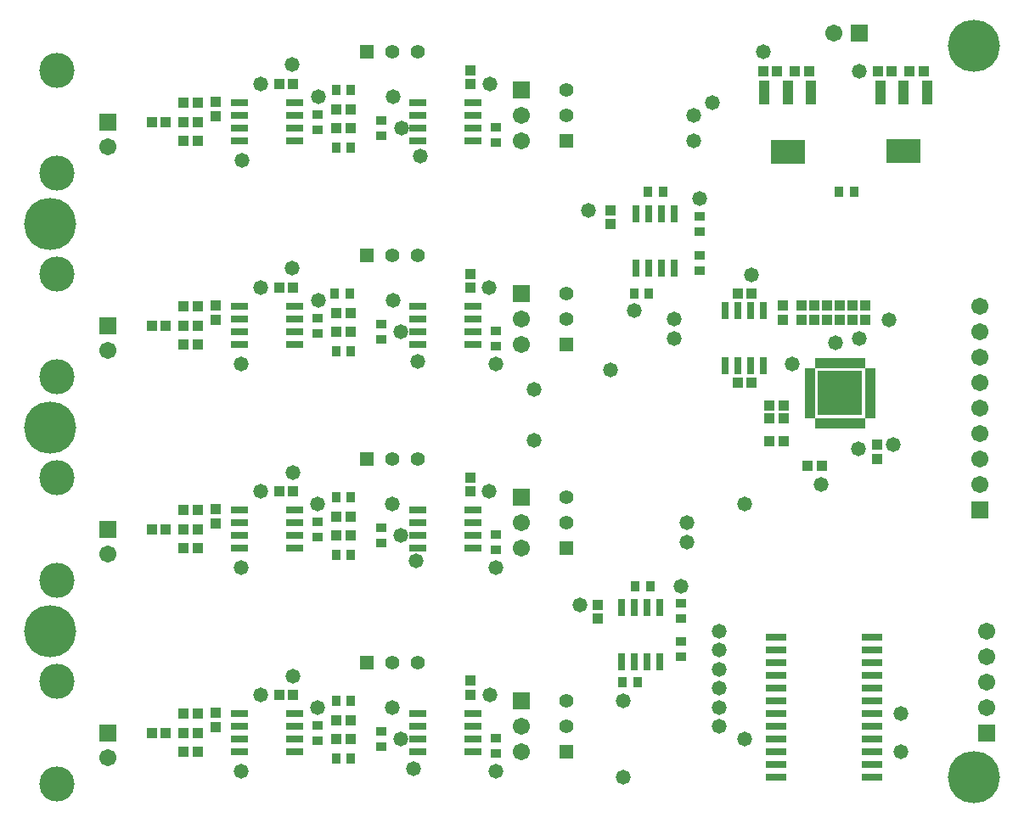
<source format=gts>
G04 Layer_Color=8388736*
%FSLAX25Y25*%
%MOIN*%
G70*
G01*
G75*
%ADD49R,0.04343X0.03556*%
%ADD50R,0.03950X0.04343*%
%ADD51R,0.03162X0.06509*%
%ADD52R,0.04343X0.03950*%
%ADD53R,0.03556X0.04343*%
%ADD54R,0.06509X0.03162*%
%ADD55R,0.08280X0.03162*%
%ADD56R,0.17300X0.17300*%
%ADD57R,0.04400X0.02000*%
%ADD58R,0.02000X0.04400*%
%ADD59R,0.13398X0.09265*%
%ADD60R,0.04343X0.09265*%
%ADD61R,0.05524X0.05524*%
%ADD62C,0.05524*%
%ADD63R,0.06706X0.06706*%
%ADD64C,0.06706*%
%ADD65C,0.13792*%
%ADD66R,0.05524X0.05524*%
%ADD67R,0.06706X0.06706*%
%ADD68C,0.05800*%
%ADD69C,0.20485*%
D49*
X380000Y332953D02*
D03*
Y327047D02*
D03*
X380000Y317500D02*
D03*
Y311595D02*
D03*
X230000Y367047D02*
D03*
Y372953D02*
D03*
Y287047D02*
D03*
Y292953D02*
D03*
Y207047D02*
D03*
Y212953D02*
D03*
X372500Y180905D02*
D03*
Y175000D02*
D03*
Y165905D02*
D03*
Y160000D02*
D03*
X230000Y127047D02*
D03*
Y132953D02*
D03*
X255000Y130453D02*
D03*
Y124547D02*
D03*
X300000Y202047D02*
D03*
Y207953D02*
D03*
X255000Y204547D02*
D03*
Y210453D02*
D03*
X300000Y127953D02*
D03*
Y122047D02*
D03*
X255000Y284547D02*
D03*
Y290453D02*
D03*
X300000Y282047D02*
D03*
Y287953D02*
D03*
X255000Y364547D02*
D03*
Y370453D02*
D03*
X300000Y362047D02*
D03*
Y367953D02*
D03*
D50*
X220256Y225000D02*
D03*
X214744D02*
D03*
X220256Y305000D02*
D03*
X214744D02*
D03*
X220256Y385000D02*
D03*
X214744D02*
D03*
X427756Y235000D02*
D03*
X422244D02*
D03*
X400256Y267500D02*
D03*
X394744D02*
D03*
X400256Y302500D02*
D03*
X394744D02*
D03*
X242756Y367500D02*
D03*
X237244D02*
D03*
X237244Y375000D02*
D03*
X242756D02*
D03*
X164744Y370000D02*
D03*
X170256D02*
D03*
X177244Y362500D02*
D03*
X182756D02*
D03*
X182756Y370000D02*
D03*
X177244D02*
D03*
X182756Y377500D02*
D03*
X177244D02*
D03*
X237244Y295000D02*
D03*
X242756D02*
D03*
X242756Y287500D02*
D03*
X237244D02*
D03*
X177244Y282500D02*
D03*
X182756D02*
D03*
X164744Y290000D02*
D03*
X170256D02*
D03*
X182756Y290000D02*
D03*
X177244D02*
D03*
X182756Y297500D02*
D03*
X177244D02*
D03*
X164744Y210000D02*
D03*
X170256D02*
D03*
X177244Y202500D02*
D03*
X182756D02*
D03*
X182756Y210000D02*
D03*
X177244D02*
D03*
X182756Y217500D02*
D03*
X177244D02*
D03*
X242756Y207500D02*
D03*
X237244D02*
D03*
X237244Y215000D02*
D03*
X242756D02*
D03*
X182756Y130000D02*
D03*
X177244D02*
D03*
X182756Y137500D02*
D03*
X177244D02*
D03*
X164744Y130000D02*
D03*
X170256D02*
D03*
X177244Y122500D02*
D03*
X182756D02*
D03*
X220256Y145000D02*
D03*
X214744D02*
D03*
X237244Y135000D02*
D03*
X242756D02*
D03*
X242756Y127500D02*
D03*
X237244D02*
D03*
X412756Y258700D02*
D03*
X407244D02*
D03*
X412756Y253700D02*
D03*
X407244D02*
D03*
X412756Y244500D02*
D03*
X407244D02*
D03*
X410256Y390000D02*
D03*
X404744D02*
D03*
X417244Y390000D02*
D03*
X422756D02*
D03*
X462244D02*
D03*
X467756D02*
D03*
X455256Y390000D02*
D03*
X449744D02*
D03*
D51*
X390000Y274272D02*
D03*
X395000D02*
D03*
X400000D02*
D03*
X405000D02*
D03*
X390000Y295728D02*
D03*
X395000D02*
D03*
X400000D02*
D03*
X405000D02*
D03*
X370000Y333957D02*
D03*
X365000D02*
D03*
X360000D02*
D03*
X355000D02*
D03*
X370000Y312500D02*
D03*
X365000D02*
D03*
X360000D02*
D03*
X355000D02*
D03*
X364100Y179328D02*
D03*
X359100D02*
D03*
X354100D02*
D03*
X349100D02*
D03*
X364100Y157872D02*
D03*
X359100D02*
D03*
X354100D02*
D03*
X349100D02*
D03*
D52*
X425000Y292244D02*
D03*
Y297756D02*
D03*
X430000Y292244D02*
D03*
Y297756D02*
D03*
X435000Y292244D02*
D03*
Y297756D02*
D03*
X440000Y292244D02*
D03*
Y297756D02*
D03*
X449600Y237544D02*
D03*
Y243056D02*
D03*
X445000Y297756D02*
D03*
Y292244D02*
D03*
X412500Y292244D02*
D03*
Y297756D02*
D03*
X345000Y335256D02*
D03*
Y329744D02*
D03*
X289900Y144944D02*
D03*
Y150456D02*
D03*
X190000Y377756D02*
D03*
Y372244D02*
D03*
Y297756D02*
D03*
Y292244D02*
D03*
Y217756D02*
D03*
Y212244D02*
D03*
X340000Y180256D02*
D03*
Y174744D02*
D03*
X190000Y137756D02*
D03*
Y132244D02*
D03*
X420000Y292244D02*
D03*
Y297756D02*
D03*
X290000Y390256D02*
D03*
Y384744D02*
D03*
Y310256D02*
D03*
Y304744D02*
D03*
Y230256D02*
D03*
Y224744D02*
D03*
D53*
X354095Y302500D02*
D03*
X360000D02*
D03*
X237047Y382500D02*
D03*
X242953D02*
D03*
X237047Y360000D02*
D03*
X242953D02*
D03*
X237047Y280000D02*
D03*
X242953D02*
D03*
X236595Y302500D02*
D03*
X242500D02*
D03*
X237047Y222500D02*
D03*
X242953D02*
D03*
X237047Y200000D02*
D03*
X242953D02*
D03*
X349547Y150000D02*
D03*
X355453D02*
D03*
X354547Y187500D02*
D03*
X360453D02*
D03*
X359547Y342500D02*
D03*
X365453D02*
D03*
X237047Y142500D02*
D03*
X242953D02*
D03*
X237047Y120000D02*
D03*
X242953D02*
D03*
X434547Y342500D02*
D03*
X440453D02*
D03*
D54*
X269272Y297500D02*
D03*
Y292500D02*
D03*
Y287500D02*
D03*
Y282500D02*
D03*
X290728Y297500D02*
D03*
Y292500D02*
D03*
Y287500D02*
D03*
Y282500D02*
D03*
X269272Y217500D02*
D03*
Y212500D02*
D03*
Y207500D02*
D03*
Y202500D02*
D03*
X290728Y217500D02*
D03*
Y212500D02*
D03*
Y207500D02*
D03*
Y202500D02*
D03*
Y122500D02*
D03*
Y127500D02*
D03*
Y132500D02*
D03*
Y137500D02*
D03*
X269272Y122500D02*
D03*
Y127500D02*
D03*
Y132500D02*
D03*
Y137500D02*
D03*
X220728Y202500D02*
D03*
Y207500D02*
D03*
Y212500D02*
D03*
Y217500D02*
D03*
X199272Y202500D02*
D03*
Y207500D02*
D03*
Y212500D02*
D03*
Y217500D02*
D03*
X220728Y122500D02*
D03*
Y127500D02*
D03*
Y132500D02*
D03*
Y137500D02*
D03*
X199272Y122500D02*
D03*
Y127500D02*
D03*
Y132500D02*
D03*
Y137500D02*
D03*
X269272Y377500D02*
D03*
Y372500D02*
D03*
Y367500D02*
D03*
Y362500D02*
D03*
X290728Y377500D02*
D03*
Y372500D02*
D03*
Y367500D02*
D03*
Y362500D02*
D03*
X220728Y282500D02*
D03*
Y287500D02*
D03*
Y292500D02*
D03*
Y297500D02*
D03*
X199272Y282500D02*
D03*
Y287500D02*
D03*
Y292500D02*
D03*
Y297500D02*
D03*
X220728Y362500D02*
D03*
Y367500D02*
D03*
Y372500D02*
D03*
Y377500D02*
D03*
X199272Y362500D02*
D03*
Y367500D02*
D03*
Y372500D02*
D03*
Y377500D02*
D03*
D55*
X410000Y167500D02*
D03*
Y162500D02*
D03*
Y157500D02*
D03*
Y152500D02*
D03*
Y147500D02*
D03*
Y142500D02*
D03*
Y137500D02*
D03*
Y132500D02*
D03*
Y127500D02*
D03*
Y122500D02*
D03*
Y117500D02*
D03*
Y112500D02*
D03*
X447402Y167500D02*
D03*
Y162500D02*
D03*
Y157500D02*
D03*
Y152500D02*
D03*
Y147500D02*
D03*
Y142500D02*
D03*
Y137500D02*
D03*
Y132500D02*
D03*
Y127500D02*
D03*
Y122500D02*
D03*
Y117500D02*
D03*
Y112500D02*
D03*
D56*
X435000Y263400D02*
D03*
D57*
X423200Y254542D02*
D03*
Y256510D02*
D03*
Y258479D02*
D03*
Y260447D02*
D03*
Y262416D02*
D03*
Y264384D02*
D03*
Y266353D02*
D03*
Y268321D02*
D03*
Y270290D02*
D03*
Y272258D02*
D03*
X446800D02*
D03*
Y270290D02*
D03*
Y268321D02*
D03*
Y266353D02*
D03*
Y264384D02*
D03*
Y262416D02*
D03*
Y260447D02*
D03*
Y258479D02*
D03*
Y256510D02*
D03*
Y254542D02*
D03*
D58*
X426142Y275200D02*
D03*
X428110D02*
D03*
X430079D02*
D03*
X432047D02*
D03*
X434016D02*
D03*
X435984D02*
D03*
X437953D02*
D03*
X439921D02*
D03*
X441890D02*
D03*
X443858D02*
D03*
Y251600D02*
D03*
X441890D02*
D03*
X439921D02*
D03*
X437953D02*
D03*
X435984D02*
D03*
X434016D02*
D03*
X432047D02*
D03*
X430079D02*
D03*
X428110D02*
D03*
X426142D02*
D03*
D59*
X460000Y358484D02*
D03*
X414400Y358384D02*
D03*
D60*
X450945Y381516D02*
D03*
X460000D02*
D03*
X469055D02*
D03*
X405345Y381416D02*
D03*
X414400D02*
D03*
X423455D02*
D03*
D61*
X249272Y317500D02*
D03*
Y397500D02*
D03*
Y237500D02*
D03*
X249272Y157500D02*
D03*
D62*
X259272Y317500D02*
D03*
X269272D02*
D03*
X259272Y397500D02*
D03*
X269272D02*
D03*
X259272Y237500D02*
D03*
X269272D02*
D03*
X269272Y157500D02*
D03*
X259272D02*
D03*
X327500Y142500D02*
D03*
Y132500D02*
D03*
Y212500D02*
D03*
Y222500D02*
D03*
Y292500D02*
D03*
Y302500D02*
D03*
Y372500D02*
D03*
Y382500D02*
D03*
D63*
X147500Y130000D02*
D03*
Y210000D02*
D03*
Y290000D02*
D03*
Y370000D02*
D03*
X442500Y405000D02*
D03*
D64*
X147500Y120158D02*
D03*
Y200157D02*
D03*
Y280157D02*
D03*
Y360157D02*
D03*
X310000Y212500D02*
D03*
Y202500D02*
D03*
Y122500D02*
D03*
Y132500D02*
D03*
Y372500D02*
D03*
Y362500D02*
D03*
Y292500D02*
D03*
Y282500D02*
D03*
X490000Y237500D02*
D03*
Y247500D02*
D03*
Y257500D02*
D03*
Y267500D02*
D03*
Y277500D02*
D03*
Y287500D02*
D03*
Y297500D02*
D03*
Y227500D02*
D03*
X492500Y170000D02*
D03*
Y160000D02*
D03*
Y150000D02*
D03*
Y140000D02*
D03*
X432500Y405000D02*
D03*
D65*
X127421Y109921D02*
D03*
Y150079D02*
D03*
Y189921D02*
D03*
Y230079D02*
D03*
Y269921D02*
D03*
Y310079D02*
D03*
Y349921D02*
D03*
Y390079D02*
D03*
D66*
X327500Y122500D02*
D03*
Y202500D02*
D03*
Y282500D02*
D03*
Y362500D02*
D03*
D67*
X310000Y222500D02*
D03*
Y142500D02*
D03*
Y382500D02*
D03*
Y302500D02*
D03*
X490000Y217500D02*
D03*
X492500Y130000D02*
D03*
D68*
X427500Y227500D02*
D03*
X220256Y152244D02*
D03*
Y232244D02*
D03*
X220000Y312500D02*
D03*
X200335Y354921D02*
D03*
X220000Y392500D02*
D03*
X350000Y112500D02*
D03*
X259272Y220000D02*
D03*
X262835Y367421D02*
D03*
X230335Y379921D02*
D03*
X259606D02*
D03*
X270335Y356693D02*
D03*
X262579Y287421D02*
D03*
X207579Y304921D02*
D03*
X230079Y299921D02*
D03*
X259350D02*
D03*
X230000Y220000D02*
D03*
X262500Y207500D02*
D03*
X350000Y142500D02*
D03*
X259272Y140000D02*
D03*
X230000D02*
D03*
X207500Y385000D02*
D03*
X200000Y275000D02*
D03*
Y115000D02*
D03*
X262500Y127500D02*
D03*
X375000Y212500D02*
D03*
X387500Y162500D02*
D03*
Y170000D02*
D03*
Y155000D02*
D03*
Y147500D02*
D03*
Y140000D02*
D03*
Y132500D02*
D03*
X300000Y115000D02*
D03*
X332756Y180256D02*
D03*
X372500Y187500D02*
D03*
X405000Y397500D02*
D03*
X442500Y390000D02*
D03*
X397500Y127500D02*
D03*
X297244Y224744D02*
D03*
X315000Y245000D02*
D03*
X297500Y145000D02*
D03*
X297244Y304744D02*
D03*
X297500Y385000D02*
D03*
X375000Y205000D02*
D03*
X269114Y275886D02*
D03*
X442500Y285000D02*
D03*
X354095Y295905D02*
D03*
X300000Y275000D02*
D03*
X397500Y220000D02*
D03*
X370000Y292500D02*
D03*
Y285000D02*
D03*
X345000Y272500D02*
D03*
X315000Y265000D02*
D03*
X300000Y195000D02*
D03*
X400256Y309744D02*
D03*
X380000Y340000D02*
D03*
X377500Y372500D02*
D03*
Y362500D02*
D03*
X268543Y197500D02*
D03*
X267500Y116043D02*
D03*
X385000Y377500D02*
D03*
X454244Y292244D02*
D03*
X336244Y335256D02*
D03*
X455800Y243300D02*
D03*
X442100Y241600D02*
D03*
X433200Y283300D02*
D03*
X416100Y274900D02*
D03*
X458700Y137500D02*
D03*
X458900Y122500D02*
D03*
X207500Y225000D02*
D03*
Y145000D02*
D03*
X200000Y195000D02*
D03*
D69*
X487500Y112500D02*
D03*
Y400000D02*
D03*
X125000Y170000D02*
D03*
Y250000D02*
D03*
Y330000D02*
D03*
M02*

</source>
